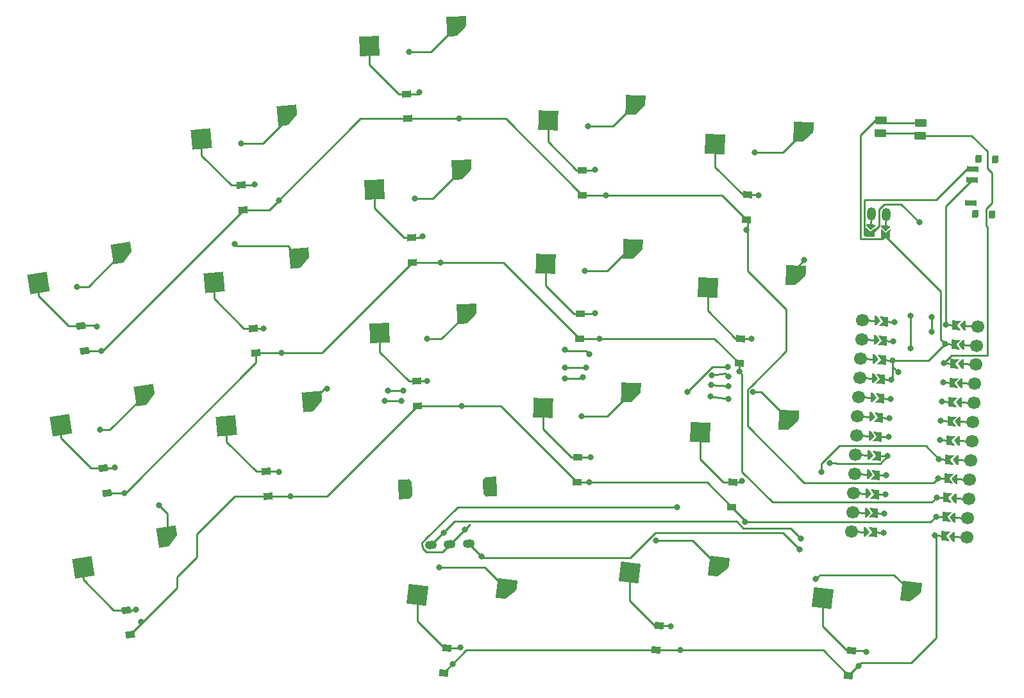
<source format=gbr>
%TF.GenerationSoftware,KiCad,Pcbnew,8.0.7*%
%TF.CreationDate,2025-02-03T11:28:03-05:00*%
%TF.ProjectId,thepcb,74686570-6362-42e6-9b69-6361645f7063,v1.0.0*%
%TF.SameCoordinates,Original*%
%TF.FileFunction,Copper,L1,Top*%
%TF.FilePolarity,Positive*%
%FSLAX46Y46*%
G04 Gerber Fmt 4.6, Leading zero omitted, Abs format (unit mm)*
G04 Created by KiCad (PCBNEW 8.0.7) date 2025-02-03 11:28:03*
%MOMM*%
%LPD*%
G01*
G04 APERTURE LIST*
G04 Aperture macros list*
%AMHorizOval*
0 Thick line with rounded ends*
0 $1 width*
0 $2 $3 position (X,Y) of the first rounded end (center of the circle)*
0 $4 $5 position (X,Y) of the second rounded end (center of the circle)*
0 Add line between two ends*
20,1,$1,$2,$3,$4,$5,0*
0 Add two circle primitives to create the rounded ends*
1,1,$1,$2,$3*
1,1,$1,$4,$5*%
%AMRotRect*
0 Rectangle, with rotation*
0 The origin of the aperture is its center*
0 $1 length*
0 $2 width*
0 $3 Rotation angle, in degrees counterclockwise*
0 Add horizontal line*
21,1,$1,$2,0,0,$3*%
%AMOutline5P*
0 Free polygon, 5 corners , with rotation*
0 The origin of the aperture is its center*
0 number of corners: always 5*
0 $1 to $10 corner X, Y*
0 $11 Rotation angle, in degrees counterclockwise*
0 create outline with 5 corners*
4,1,5,$1,$2,$3,$4,$5,$6,$7,$8,$9,$10,$1,$2,$11*%
%AMOutline6P*
0 Free polygon, 6 corners , with rotation*
0 The origin of the aperture is its center*
0 number of corners: always 6*
0 $1 to $12 corner X, Y*
0 $13 Rotation angle, in degrees counterclockwise*
0 create outline with 6 corners*
4,1,6,$1,$2,$3,$4,$5,$6,$7,$8,$9,$10,$11,$12,$1,$2,$13*%
%AMOutline7P*
0 Free polygon, 7 corners , with rotation*
0 The origin of the aperture is its center*
0 number of corners: always 7*
0 $1 to $14 corner X, Y*
0 $15 Rotation angle, in degrees counterclockwise*
0 create outline with 7 corners*
4,1,7,$1,$2,$3,$4,$5,$6,$7,$8,$9,$10,$11,$12,$13,$14,$1,$2,$15*%
%AMOutline8P*
0 Free polygon, 8 corners , with rotation*
0 The origin of the aperture is its center*
0 number of corners: always 8*
0 $1 to $16 corner X, Y*
0 $17 Rotation angle, in degrees counterclockwise*
0 create outline with 8 corners*
4,1,8,$1,$2,$3,$4,$5,$6,$7,$8,$9,$10,$11,$12,$13,$14,$15,$16,$1,$2,$17*%
%AMFreePoly0*
4,1,6,0.250000,0.000000,-0.250000,-0.625000,-0.500000,-0.625000,-0.500000,0.625000,-0.250000,0.625000,0.250000,0.000000,0.250000,0.000000,$1*%
%AMFreePoly1*
4,1,6,0.500000,-0.625000,-0.650000,-0.625000,-0.150000,0.000000,-0.650000,0.625000,0.500000,0.625000,0.500000,-0.625000,0.500000,-0.625000,$1*%
%AMFreePoly2*
4,1,6,0.600000,-1.000000,0.000000,-0.400000,-0.600000,-1.000000,-0.600000,0.250000,0.600000,0.250000,0.600000,-1.000000,0.600000,-1.000000,$1*%
%AMFreePoly3*
4,1,6,0.600000,-0.199999,0.600000,-0.400000,-0.600000,-0.400000,-0.600000,-0.200000,0.000000,0.400000,0.600000,-0.199999,0.600000,-0.199999,$1*%
G04 Aperture macros list end*
%TA.AperFunction,SMDPad,CuDef*%
%ADD10RotRect,0.900000X1.200000X89.000000*%
%TD*%
%TA.AperFunction,SMDPad,CuDef*%
%ADD11Outline5P,-1.300000X1.300000X1.300000X1.300000X1.300000X0.000000X0.000000X-1.300000X-1.300000X-1.300000X2.000000*%
%TD*%
%TA.AperFunction,SMDPad,CuDef*%
%ADD12RotRect,2.600000X2.600000X2.000000*%
%TD*%
%TA.AperFunction,SMDPad,CuDef*%
%ADD13RotRect,0.900000X1.200000X92.000000*%
%TD*%
%TA.AperFunction,SMDPad,CuDef*%
%ADD14Outline5P,-1.300000X1.300000X1.300000X1.300000X1.300000X0.000000X0.000000X-1.300000X-1.300000X-1.300000X359.000000*%
%TD*%
%TA.AperFunction,SMDPad,CuDef*%
%ADD15RotRect,2.600000X2.600000X359.000000*%
%TD*%
%TA.AperFunction,SMDPad,CuDef*%
%ADD16RotRect,0.900000X1.200000X87.000000*%
%TD*%
%TA.AperFunction,SMDPad,CuDef*%
%ADD17RotRect,0.900000X1.200000X83.000000*%
%TD*%
%TA.AperFunction,SMDPad,CuDef*%
%ADD18RotRect,0.900000X1.200000X99.000000*%
%TD*%
%TA.AperFunction,SMDPad,CuDef*%
%ADD19Outline5P,-1.300000X1.300000X1.300000X1.300000X1.300000X0.000000X0.000000X-1.300000X-1.300000X-1.300000X9.000000*%
%TD*%
%TA.AperFunction,SMDPad,CuDef*%
%ADD20RotRect,2.600000X2.600000X9.000000*%
%TD*%
%TA.AperFunction,SMDPad,CuDef*%
%ADD21RotRect,1.000000X0.800000X87.000000*%
%TD*%
%TA.AperFunction,SMDPad,CuDef*%
%ADD22RotRect,0.700000X1.500000X87.000000*%
%TD*%
%TA.AperFunction,SMDPad,CuDef*%
%ADD23Outline5P,-1.300000X1.300000X1.300000X1.300000X1.300000X0.000000X0.000000X-1.300000X-1.300000X-1.300000X353.000000*%
%TD*%
%TA.AperFunction,SMDPad,CuDef*%
%ADD24RotRect,2.600000X2.600000X353.000000*%
%TD*%
%TA.AperFunction,SMDPad,CuDef*%
%ADD25RotRect,1.550000X1.000000X177.000000*%
%TD*%
%TA.AperFunction,SMDPad,CuDef*%
%ADD26Outline5P,-1.300000X1.300000X1.300000X1.300000X1.300000X0.000000X0.000000X-1.300000X-1.300000X-1.300000X357.000000*%
%TD*%
%TA.AperFunction,SMDPad,CuDef*%
%ADD27RotRect,2.600000X2.600000X357.000000*%
%TD*%
%TA.AperFunction,SMDPad,CuDef*%
%ADD28Outline5P,-1.300000X1.300000X1.300000X1.300000X1.300000X0.000000X0.000000X-1.300000X-1.300000X-1.300000X5.000000*%
%TD*%
%TA.AperFunction,SMDPad,CuDef*%
%ADD29RotRect,2.600000X2.600000X5.000000*%
%TD*%
%TA.AperFunction,SMDPad,CuDef*%
%ADD30RotRect,0.900000X1.200000X95.000000*%
%TD*%
%TA.AperFunction,ComponentPad*%
%ADD31Outline6P,-1.300000X0.540000X-0.940000X0.900000X0.940000X0.900000X1.300000X0.540000X1.300000X-0.900000X-1.300000X-0.900000X272.000000*%
%TD*%
%TA.AperFunction,ComponentPad*%
%ADD32Outline6P,-1.300000X0.900000X1.300000X0.900000X1.300000X-0.540000X0.940000X-0.900000X-0.940000X-0.900000X-1.300000X-0.540000X272.000000*%
%TD*%
%TA.AperFunction,ComponentPad*%
%ADD33HorizOval,1.100000X0.249848X0.008725X-0.249848X-0.008725X0*%
%TD*%
%TA.AperFunction,SMDPad,CuDef*%
%ADD34FreePoly0,177.000000*%
%TD*%
%TA.AperFunction,ComponentPad*%
%ADD35C,1.700000*%
%TD*%
%TA.AperFunction,SMDPad,CuDef*%
%ADD36FreePoly0,357.000000*%
%TD*%
%TA.AperFunction,ComponentPad*%
%ADD37C,0.800000*%
%TD*%
%TA.AperFunction,SMDPad,CuDef*%
%ADD38FreePoly1,177.000000*%
%TD*%
%TA.AperFunction,SMDPad,CuDef*%
%ADD39FreePoly1,357.000000*%
%TD*%
%TA.AperFunction,SMDPad,CuDef*%
%ADD40FreePoly2,177.000000*%
%TD*%
%TA.AperFunction,ComponentPad*%
%ADD41HorizOval,1.200000X-0.014392X-0.274623X0.014392X0.274623X0*%
%TD*%
%TA.AperFunction,SMDPad,CuDef*%
%ADD42FreePoly3,177.000000*%
%TD*%
%TA.AperFunction,ViaPad*%
%ADD43C,0.800000*%
%TD*%
%TA.AperFunction,Conductor*%
%ADD44C,0.250000*%
%TD*%
G04 APERTURE END LIST*
D10*
%TO.P,D10,1*%
%TO.N,P16*%
X244603575Y-128766732D03*
%TO.P,D10,2*%
%TO.N,index_bottom*%
X244661167Y-125467234D03*
%TD*%
D11*
%TO.P,S7,1*%
%TO.N,P21*%
X230007570Y-106433182D03*
D12*
%TO.P,S7,2*%
%TO.N,middle_bottom*%
X218541385Y-109034931D03*
%TD*%
D13*
%TO.P,D8,1*%
%TO.N,P14*%
X222892461Y-99677380D03*
%TO.P,D8,2*%
%TO.N,middle_home*%
X222777293Y-96379390D03*
%TD*%
D14*
%TO.P,S11,1*%
%TO.N,P1*%
X252018552Y-97891438D03*
D15*
%TO.P,S11,2*%
%TO.N,index_home*%
X240431916Y-99889527D03*
%TD*%
D16*
%TO.P,D15,1*%
%TO.N,P15*%
X266993066Y-94057595D03*
%TO.P,D15,2*%
%TO.N,far_top*%
X267165774Y-90762117D03*
%TD*%
D17*
%TO.P,D17,1*%
%TO.N,P10*%
X255041150Y-150950955D03*
%TO.P,D17,2*%
%TO.N,2_top*%
X255443318Y-147675553D03*
%TD*%
D18*
%TO.P,D3,1*%
%TO.N,P15*%
X179619707Y-111371798D03*
%TO.P,D3,2*%
%TO.N,pinkie_top*%
X179103473Y-108112426D03*
%TD*%
D11*
%TO.P,S9,1*%
%TO.N,P21*%
X228681389Y-68456330D03*
D12*
%TO.P,S9,2*%
%TO.N,middle_top*%
X217215204Y-71058079D03*
%TD*%
D13*
%TO.P,D7,1*%
%TO.N,P16*%
X223555551Y-118665806D03*
%TO.P,D7,2*%
%TO.N,middle_bottom*%
X223440383Y-115367816D03*
%TD*%
D19*
%TO.P,S2,1*%
%TO.N,P19*%
X187505105Y-117210130D03*
D20*
%TO.P,S2,2*%
%TO.N,pinkie_home*%
X176441461Y-121189862D03*
%TD*%
D21*
%TO.P,PWR1,*%
%TO.N,*%
X297574453Y-85946986D03*
X297192401Y-93236981D03*
X299781424Y-86062648D03*
X299399372Y-93352644D03*
D22*
%TO.P,PWR1,1*%
%TO.N,N/C*%
X296616562Y-91804882D03*
%TO.P,PWR1,2*%
%TO.N,RAW*%
X296773570Y-88808993D03*
%TO.P,PWR1,3*%
%TO.N,BAT_P*%
X296852074Y-87311049D03*
%TD*%
D18*
%TO.P,D2,1*%
%TO.N,P14*%
X182591962Y-130137877D03*
%TO.P,D2,2*%
%TO.N,pinkie_home*%
X182075728Y-126878505D03*
%TD*%
D23*
%TO.P,S18,1*%
%TO.N,P0*%
X288736777Y-143248758D03*
D24*
%TO.P,S18,2*%
%TO.N,3_top*%
X277004757Y-144024769D03*
%TD*%
D13*
%TO.P,D9,1*%
%TO.N,P15*%
X222229370Y-80688954D03*
%TO.P,D9,2*%
%TO.N,middle_top*%
X222114202Y-77390964D03*
%TD*%
D25*
%TO.P,RST1,1*%
%TO.N,GND*%
X290022267Y-81205236D03*
%TO.P,RST1,2*%
%TO.N,RST*%
X289933296Y-82902906D03*
%TO.P,RST1,3*%
%TO.N,GND*%
X284779462Y-80930472D03*
%TO.P,RST1,4*%
%TO.N,RST*%
X284690491Y-82628142D03*
%TD*%
D26*
%TO.P,S13,1*%
%TO.N,P0*%
X272541024Y-120542801D03*
D27*
%TO.P,S13,2*%
%TO.N,far_bottom*%
X260891713Y-122135305D03*
%TD*%
D28*
%TO.P,S5,1*%
%TO.N,P20*%
X207985013Y-99119148D03*
D29*
%TO.P,S5,2*%
%TO.N,ring_home*%
X196670707Y-102317426D03*
%TD*%
D17*
%TO.P,D16,1*%
%TO.N,P10*%
X226993954Y-153936727D03*
%TO.P,D16,2*%
%TO.N,1_top*%
X227396122Y-150661325D03*
%TD*%
%TO.P,D18,1*%
%TO.N,P10*%
X280450591Y-154321461D03*
%TO.P,D18,2*%
%TO.N,3_top*%
X280852759Y-151046059D03*
%TD*%
D19*
%TO.P,S3,1*%
%TO.N,P19*%
X184532850Y-98400000D03*
D20*
%TO.P,S3,2*%
%TO.N,pinkie_top*%
X173469206Y-102379732D03*
%TD*%
D23*
%TO.P,S16,1*%
%TO.N,P21*%
X235280141Y-142864024D03*
D24*
%TO.P,S16,2*%
%TO.N,1_top*%
X223548121Y-143640035D03*
%TD*%
D16*
%TO.P,D13,1*%
%TO.N,P16*%
X265004299Y-132005517D03*
%TO.P,D13,2*%
%TO.N,far_bottom*%
X265177007Y-128710039D03*
%TD*%
D30*
%TO.P,D4,1*%
%TO.N,P16*%
X203838003Y-130600379D03*
%TO.P,D4,2*%
%TO.N,ring_bottom*%
X203550389Y-127312937D03*
%TD*%
D16*
%TO.P,D14,1*%
%TO.N,P14*%
X265998683Y-113031556D03*
%TO.P,D14,2*%
%TO.N,far_home*%
X266171391Y-109736078D03*
%TD*%
D30*
%TO.P,D5,1*%
%TO.N,P14*%
X202182043Y-111672680D03*
%TO.P,D5,2*%
%TO.N,ring_home*%
X201894429Y-108385238D03*
%TD*%
D28*
%TO.P,S6,1*%
%TO.N,P20*%
X206329054Y-80191449D03*
D29*
%TO.P,S6,2*%
%TO.N,ring_top*%
X195014748Y-83389727D03*
%TD*%
D10*
%TO.P,D12,1*%
%TO.N,P15*%
X245266767Y-90772519D03*
%TO.P,D12,2*%
%TO.N,index_top*%
X245324359Y-87473021D03*
%TD*%
D11*
%TO.P,S8,1*%
%TO.N,P21*%
X229344479Y-87444756D03*
D12*
%TO.P,S8,2*%
%TO.N,middle_home*%
X217878294Y-90046505D03*
%TD*%
D10*
%TO.P,D11,1*%
%TO.N,P14*%
X244935171Y-109769625D03*
%TO.P,D11,2*%
%TO.N,index_home*%
X244992763Y-106470127D03*
%TD*%
D19*
%TO.P,S1,1*%
%TO.N,P19*%
X190477360Y-135976208D03*
D20*
%TO.P,S1,2*%
%TO.N,pinkie_bottom*%
X179413716Y-139955940D03*
%TD*%
D28*
%TO.P,S4,1*%
%TO.N,P20*%
X209640972Y-118046847D03*
D29*
%TO.P,S4,2*%
%TO.N,ring_bottom*%
X198326666Y-121245125D03*
%TD*%
D14*
%TO.P,S10,1*%
%TO.N,P1*%
X251686957Y-116888544D03*
D15*
%TO.P,S10,2*%
%TO.N,index_bottom*%
X240100321Y-118886633D03*
%TD*%
D30*
%TO.P,D6,1*%
%TO.N,P15*%
X200526084Y-92744981D03*
%TO.P,D6,2*%
%TO.N,ring_top*%
X200238470Y-89457539D03*
%TD*%
D18*
%TO.P,D1,1*%
%TO.N,P16*%
X185564216Y-148903955D03*
%TO.P,D1,2*%
%TO.N,pinkie_bottom*%
X185047982Y-145644583D03*
%TD*%
D14*
%TO.P,S12,1*%
%TO.N,P1*%
X252350148Y-78894332D03*
D15*
%TO.P,S12,2*%
%TO.N,index_top*%
X240763512Y-80892421D03*
%TD*%
D26*
%TO.P,S15,1*%
%TO.N,P0*%
X274486675Y-82433850D03*
D27*
%TO.P,S15,2*%
%TO.N,far_top*%
X262837364Y-84026354D03*
%TD*%
D26*
%TO.P,S14,1*%
%TO.N,P0*%
X273492292Y-101407812D03*
D27*
%TO.P,S14,2*%
%TO.N,far_home*%
X261842981Y-103000316D03*
%TD*%
D31*
%TO.P,RE1,*%
%TO.N,*%
X221938919Y-129678934D03*
D32*
X233132097Y-129288060D03*
D33*
%TO.P,RE1,A*%
%TO.N,P5*%
X230295731Y-136891679D03*
%TO.P,RE1,B*%
%TO.N,GND*%
X227797254Y-136978928D03*
%TO.P,RE1,C*%
%TO.N,P18*%
X225298777Y-137066177D03*
%TD*%
D23*
%TO.P,S17,1*%
%TO.N,P1*%
X263327336Y-139878253D03*
D24*
%TO.P,S17,2*%
%TO.N,2_top*%
X251595316Y-140654264D03*
%TD*%
D34*
%TO.P,MCU1,1*%
%TO.N,MCU1_1*%
X295411588Y-108014032D03*
D35*
X297528683Y-108124984D03*
D34*
%TO.P,MCU1,2*%
%TO.N,MCU1_2*%
X295278655Y-110550551D03*
D35*
X297395749Y-110661503D03*
D34*
%TO.P,MCU1,3*%
%TO.N,MCU1_3*%
X295145721Y-113087070D03*
D35*
X297262816Y-113198022D03*
D34*
%TO.P,MCU1,4*%
%TO.N,MCU1_4*%
X295012788Y-115623589D03*
D35*
X297129883Y-115734541D03*
D34*
%TO.P,MCU1,5*%
%TO.N,MCU1_5*%
X294879855Y-118160108D03*
D35*
X296996949Y-118271060D03*
D34*
%TO.P,MCU1,6*%
%TO.N,MCU1_6*%
X294746921Y-120696627D03*
D35*
X296864016Y-120807579D03*
D34*
%TO.P,MCU1,7*%
%TO.N,MCU1_7*%
X294613988Y-123233146D03*
D35*
X296731083Y-123344098D03*
D34*
%TO.P,MCU1,8*%
%TO.N,MCU1_8*%
X294481055Y-125769665D03*
D35*
X296598149Y-125880617D03*
D34*
%TO.P,MCU1,9*%
%TO.N,MCU1_9*%
X294348121Y-128306184D03*
D35*
X296465216Y-128417136D03*
D34*
%TO.P,MCU1,10*%
%TO.N,MCU1_10*%
X294215188Y-130842703D03*
D35*
X296332283Y-130953655D03*
D34*
%TO.P,MCU1,11*%
%TO.N,MCU1_11*%
X294082255Y-133379222D03*
D35*
X296199349Y-133490174D03*
D34*
%TO.P,MCU1,12*%
%TO.N,MCU1_12*%
X293949321Y-135915741D03*
D35*
X296066416Y-136026693D03*
%TO.P,MCU1,13*%
%TO.N,MCU1_13*%
X280847302Y-135229093D03*
D36*
X282964397Y-135340045D03*
D35*
%TO.P,MCU1,14*%
%TO.N,MCU1_14*%
X280980235Y-132692574D03*
D36*
X283097330Y-132803526D03*
D35*
%TO.P,MCU1,15*%
%TO.N,MCU1_15*%
X281113169Y-130156055D03*
D36*
X283230263Y-130267007D03*
D35*
%TO.P,MCU1,16*%
%TO.N,MCU1_16*%
X281246102Y-127619536D03*
D36*
X283363197Y-127730488D03*
D35*
%TO.P,MCU1,17*%
%TO.N,MCU1_17*%
X281379035Y-125083017D03*
D36*
X283496130Y-125193969D03*
D35*
%TO.P,MCU1,18*%
%TO.N,MCU1_18*%
X281511969Y-122546498D03*
D36*
X283629063Y-122657450D03*
D35*
%TO.P,MCU1,19*%
%TO.N,MCU1_19*%
X281644902Y-120009979D03*
D36*
X283761997Y-120120931D03*
D35*
%TO.P,MCU1,20*%
%TO.N,MCU1_20*%
X281777835Y-117473460D03*
D36*
X283894930Y-117584412D03*
D35*
%TO.P,MCU1,21*%
%TO.N,MCU1_21*%
X281910769Y-114936941D03*
D36*
X284027863Y-115047893D03*
D35*
%TO.P,MCU1,22*%
%TO.N,MCU1_22*%
X282043702Y-112400422D03*
D36*
X284160797Y-112511374D03*
D35*
%TO.P,MCU1,23*%
%TO.N,MCU1_23*%
X282176635Y-109863903D03*
D36*
X284293730Y-109974855D03*
D35*
%TO.P,MCU1,24*%
%TO.N,MCU1_24*%
X282309569Y-107327384D03*
D36*
X284426663Y-107438336D03*
D37*
%TO.P,MCU1,101*%
%TO.N,RAW*%
X293314466Y-107904126D03*
D38*
X294687582Y-107976088D03*
D37*
%TO.P,MCU1,102*%
%TO.N,GND*%
X293181533Y-110440645D03*
D38*
X294554648Y-110512607D03*
D37*
%TO.P,MCU1,103*%
%TO.N,RST*%
X293048599Y-112977164D03*
D38*
X294421715Y-113049126D03*
D37*
%TO.P,MCU1,104*%
%TO.N,VCC*%
X292915666Y-115513683D03*
D38*
X294288782Y-115585645D03*
D37*
%TO.P,MCU1,105*%
%TO.N,P21*%
X292782733Y-118050202D03*
D38*
X294155848Y-118122164D03*
D37*
%TO.P,MCU1,106*%
%TO.N,P20*%
X292649799Y-120586721D03*
D38*
X294022915Y-120658683D03*
D37*
%TO.P,MCU1,107*%
%TO.N,P19*%
X292516866Y-123123240D03*
D38*
X293889982Y-123195202D03*
D37*
%TO.P,MCU1,108*%
%TO.N,P18*%
X292383933Y-125659759D03*
D38*
X293757048Y-125731721D03*
D37*
%TO.P,MCU1,109*%
%TO.N,P15*%
X292250999Y-128196278D03*
D38*
X293624115Y-128268240D03*
D37*
%TO.P,MCU1,110*%
%TO.N,P14*%
X292118066Y-130732797D03*
D38*
X293491182Y-130804759D03*
D37*
%TO.P,MCU1,111*%
%TO.N,P16*%
X291985133Y-133269316D03*
D38*
X293358248Y-133341278D03*
D37*
%TO.P,MCU1,112*%
%TO.N,P10*%
X291852199Y-135805835D03*
D38*
X293225315Y-135877797D03*
D39*
%TO.P,MCU1,113*%
%TO.N,P9*%
X283688403Y-135377989D03*
D37*
X285061519Y-135449951D03*
D39*
%TO.P,MCU1,114*%
%TO.N,P8*%
X283821336Y-132841470D03*
D37*
X285194452Y-132913432D03*
D39*
%TO.P,MCU1,115*%
%TO.N,P7*%
X283954270Y-130304951D03*
D37*
X285327385Y-130376913D03*
D39*
%TO.P,MCU1,116*%
%TO.N,P6*%
X284087203Y-127768432D03*
D37*
X285460319Y-127840394D03*
D39*
%TO.P,MCU1,117*%
%TO.N,P5*%
X284220136Y-125231913D03*
D37*
X285593252Y-125303875D03*
D39*
%TO.P,MCU1,118*%
%TO.N,P4*%
X284353070Y-122695394D03*
D37*
X285726185Y-122767356D03*
D39*
%TO.P,MCU1,119*%
%TO.N,P3*%
X284486003Y-120158875D03*
D37*
X285859119Y-120230837D03*
D39*
%TO.P,MCU1,120*%
%TO.N,P2*%
X284618936Y-117622356D03*
D37*
X285992052Y-117694318D03*
D39*
%TO.P,MCU1,121*%
%TO.N,GND*%
X284751870Y-115085837D03*
D37*
X286124985Y-115157799D03*
D39*
%TO.P,MCU1,122*%
X284884803Y-112549318D03*
D37*
X286257919Y-112621280D03*
D39*
%TO.P,MCU1,123*%
%TO.N,P0*%
X285017736Y-110012799D03*
D37*
X286390852Y-110084761D03*
D39*
%TO.P,MCU1,124*%
%TO.N,P1*%
X285150670Y-107476280D03*
D37*
X286523785Y-107548242D03*
%TD*%
D40*
%TO.P,JST1,1*%
%TO.N,BAT_P*%
X283309566Y-96080307D03*
%TO.P,JST1,2*%
%TO.N,GND*%
X285306825Y-96184979D03*
D41*
%TO.P,JST1,11*%
%TO.N,JST1_1*%
X283456944Y-93268166D03*
%TO.P,JST1,12*%
%TO.N,JST1_2*%
X285454204Y-93372838D03*
D42*
%TO.P,JST1,21*%
%TO.N,JST1_1*%
X283362740Y-95065699D03*
%TO.P,JST1,22*%
%TO.N,JST1_2*%
X285359999Y-95170371D03*
%TD*%
D43*
%TO.N,P19*%
X243000000Y-115000000D03*
X264600000Y-117720008D03*
X245402120Y-114878552D03*
X262200000Y-117400000D03*
X219200000Y-118000000D03*
X221400000Y-118000000D03*
X178608378Y-102909163D03*
X189400000Y-131800000D03*
X181600000Y-121800000D03*
%TO.N,pinkie_bottom*%
X186400000Y-145600000D03*
%TO.N,pinkie_home*%
X183600000Y-126800000D03*
%TO.N,pinkie_top*%
X181200000Y-108200000D03*
%TO.N,P20*%
X219600000Y-116600000D03*
X264600000Y-116000000D03*
X199400000Y-97200000D03*
X245800000Y-113600000D03*
X243000000Y-113600000D03*
X211600000Y-116400000D03*
X221664880Y-116664880D03*
X262292308Y-115907692D03*
X200270856Y-83909383D03*
%TO.N,ring_bottom*%
X205200000Y-127400000D03*
%TO.N,ring_home*%
X203200000Y-108400000D03*
%TO.N,ring_top*%
X202000000Y-89400000D03*
%TO.N,P21*%
X223200000Y-91200000D03*
X224800000Y-109800000D03*
X246200000Y-111800000D03*
X264600000Y-114800000D03*
X222450408Y-71822576D03*
X226400000Y-140000000D03*
X243000000Y-111200000D03*
X262400000Y-114600000D03*
%TO.N,middle_bottom*%
X224800000Y-115400000D03*
%TO.N,middle_home*%
X224200000Y-96200000D03*
%TO.N,middle_top*%
X223800000Y-77200000D03*
%TO.N,P1*%
X246078795Y-81626121D03*
X245235698Y-120020658D03*
X245666582Y-100830004D03*
X255000000Y-136400000D03*
%TO.N,index_bottom*%
X246400000Y-125400000D03*
%TO.N,index_home*%
X247000000Y-106400000D03*
%TO.N,index_top*%
X247000000Y-87400000D03*
%TO.N,P0*%
X268050596Y-85118809D03*
X276144535Y-141489996D03*
X267844120Y-116800000D03*
X274600000Y-99400000D03*
%TO.N,far_bottom*%
X266400000Y-128600000D03*
%TO.N,far_home*%
X267600000Y-109800000D03*
%TO.N,far_top*%
X268600000Y-90800000D03*
%TO.N,1_top*%
X229200000Y-150600000D03*
%TO.N,2_top*%
X257000000Y-147800000D03*
%TO.N,3_top*%
X282800000Y-151200000D03*
%TO.N,P16*%
X266800000Y-134000000D03*
X206800000Y-130600379D03*
X229400000Y-118665806D03*
X187000000Y-147200000D03*
X246200000Y-128766732D03*
%TO.N,P14*%
X205600000Y-111672680D03*
X184800000Y-130200000D03*
X226600000Y-99677380D03*
X266000000Y-114075000D03*
X247600000Y-109769625D03*
%TO.N,P15*%
X181800000Y-111400000D03*
X205261367Y-91461367D03*
X229000000Y-80688954D03*
X267000000Y-95400000D03*
X248400000Y-90772519D03*
%TO.N,P10*%
X258200000Y-150950955D03*
X281800000Y-153000000D03*
X228165340Y-152765340D03*
%TO.N,BAT_P*%
X289800000Y-94400000D03*
%TO.N,RAW*%
X291400000Y-108800000D03*
X291407448Y-106857887D03*
%TO.N,GND*%
X287000000Y-114200000D03*
X288600000Y-111053303D03*
X264517922Y-113535885D03*
X257800000Y-132000000D03*
X259200000Y-116800000D03*
X288604664Y-106710999D03*
X229800000Y-135000000D03*
%TO.N,P5*%
X274000000Y-137600000D03*
X278000000Y-126200000D03*
X232000000Y-138600000D03*
%TO.N,P18*%
X274200000Y-136200000D03*
X227000000Y-135400000D03*
X276875000Y-127400000D03*
%TD*%
D44*
%TO.N,P10*%
X277080085Y-150950955D02*
X280450591Y-154321461D01*
X255041150Y-150950955D02*
X277080085Y-150950955D01*
X229979726Y-150950955D02*
X255041150Y-150950955D01*
X226993954Y-153936727D02*
X229979726Y-150950955D01*
%TO.N,P15*%
X272200000Y-105866281D02*
X272200000Y-111418814D01*
X267119120Y-100785401D02*
X272200000Y-105866281D01*
X267119120Y-94183649D02*
X267119120Y-100785401D01*
X272200000Y-111418814D02*
X267609407Y-116009407D01*
X266993066Y-94057595D02*
X267119120Y-94183649D01*
%TO.N,P16*%
X244603575Y-128766732D02*
X261765514Y-128766732D01*
X261765514Y-128766732D02*
X265004299Y-132005517D01*
X234502649Y-118665806D02*
X244603575Y-128766732D01*
X223555551Y-118665806D02*
X234502649Y-118665806D01*
X203838003Y-130600379D02*
X211620978Y-130600379D01*
X211620978Y-130600379D02*
X223555551Y-118665806D01*
X199399621Y-130600379D02*
X203838003Y-130600379D01*
X194400278Y-135599722D02*
X199399621Y-130600379D01*
X191748628Y-142719544D02*
X191748628Y-141307572D01*
X190262966Y-144205205D02*
X191748628Y-142719544D01*
X191748628Y-141307572D02*
X194400278Y-138655922D01*
X185564216Y-148903955D02*
X190262966Y-144205205D01*
X194400278Y-138655922D02*
X194400278Y-135599722D01*
%TO.N,P14*%
X262736752Y-109769625D02*
X265998683Y-113031556D01*
X244935171Y-109769625D02*
X262736752Y-109769625D01*
X234842926Y-99677380D02*
X244935171Y-109769625D01*
X222892461Y-99677380D02*
X234842926Y-99677380D01*
X210897161Y-111672680D02*
X222892461Y-99677380D01*
X202182043Y-111672680D02*
X210897161Y-111672680D01*
X202182043Y-112923946D02*
X202182043Y-111672680D01*
X184968112Y-130137877D02*
X202182043Y-112923946D01*
X182591962Y-130137877D02*
X184968112Y-130137877D01*
%TO.N,P15*%
X245266767Y-90772519D02*
X263707990Y-90772519D01*
X263707990Y-90772519D02*
X266993066Y-94057595D01*
X235183202Y-80688954D02*
X245266767Y-90772519D01*
X222229370Y-80688954D02*
X235183202Y-80688954D01*
X203977753Y-92744981D02*
X216033780Y-80688954D01*
X200526084Y-92744981D02*
X203977753Y-92744981D01*
X216033780Y-80688954D02*
X222229370Y-80688954D01*
X200526084Y-92797520D02*
X200526084Y-92744981D01*
X181923604Y-111400000D02*
X200526084Y-92797520D01*
X181800000Y-111400000D02*
X181923604Y-111400000D01*
%TO.N,P19*%
X219200000Y-118000000D02*
X221400000Y-118000000D01*
X243000000Y-115000000D02*
X245280672Y-115000000D01*
X293889982Y-123195203D02*
X292516867Y-123123241D01*
X190477360Y-135976208D02*
X190477360Y-132877360D01*
X190477360Y-132877360D02*
X189400000Y-131800000D01*
X262200000Y-117400000D02*
X264600000Y-117720008D01*
X187505105Y-117210130D02*
X182915235Y-121800000D01*
X245280672Y-115000000D02*
X245402120Y-114878552D01*
X180067738Y-102909163D02*
X178608378Y-102909163D01*
X182915235Y-121800000D02*
X181600000Y-121800000D01*
X184532850Y-98444051D02*
X180067738Y-102909163D01*
%TO.N,pinkie_bottom*%
X183426413Y-145644583D02*
X185047982Y-145644583D01*
X186355417Y-145644583D02*
X186400000Y-145600000D01*
X185047982Y-145644583D02*
X186355417Y-145644583D01*
X179413716Y-141631886D02*
X183426413Y-145644583D01*
X179413716Y-139955940D02*
X179413716Y-141631886D01*
%TO.N,pinkie_home*%
X180454158Y-126878505D02*
X182075728Y-126878505D01*
X183521495Y-126878505D02*
X183600000Y-126800000D01*
X182075728Y-126878505D02*
X183521495Y-126878505D01*
X176441461Y-121189862D02*
X176441461Y-122865808D01*
X176441461Y-122865808D02*
X180454158Y-126878505D01*
%TO.N,pinkie_top*%
X181000000Y-108000000D02*
X181200000Y-108200000D01*
X173469206Y-104099729D02*
X177481903Y-108112426D01*
X179103473Y-108112426D02*
X179487574Y-108112426D01*
X173469206Y-102423783D02*
X173469206Y-104099729D01*
X179487574Y-108112426D02*
X179600000Y-108000000D01*
X177481903Y-108112426D02*
X179103473Y-108112426D01*
X179600000Y-108000000D02*
X181000000Y-108000000D01*
%TO.N,P20*%
X203124954Y-83909383D02*
X200270856Y-83909383D01*
X206329054Y-80191449D02*
X206329054Y-80705283D01*
X211287819Y-116400000D02*
X211600000Y-116400000D01*
X262292308Y-115907692D02*
X264600000Y-116000000D01*
X206395449Y-97529584D02*
X199729584Y-97529584D01*
X209640972Y-118046847D02*
X211287819Y-116400000D01*
X221600000Y-116600000D02*
X221664880Y-116664880D01*
X243000000Y-113600000D02*
X245800000Y-113600000D01*
X199729584Y-97529584D02*
X199400000Y-97200000D01*
X219600000Y-116600000D02*
X221600000Y-116600000D01*
X294022915Y-120658684D02*
X292649800Y-120586722D01*
X206329054Y-80705283D02*
X203124954Y-83909383D01*
X207985013Y-99119148D02*
X206395449Y-97529584D01*
%TO.N,ring_bottom*%
X198326666Y-123381408D02*
X202258195Y-127312937D01*
X202258195Y-127312937D02*
X203550389Y-127312937D01*
X205112937Y-127312937D02*
X205200000Y-127400000D01*
X198326666Y-121245125D02*
X198326666Y-123381408D01*
X203550389Y-127312937D02*
X205112937Y-127312937D01*
%TO.N,ring_home*%
X196670707Y-104453709D02*
X200602236Y-108385238D01*
X201894429Y-108385238D02*
X203185238Y-108385238D01*
X200602236Y-108385238D02*
X201894429Y-108385238D01*
X196670707Y-102317426D02*
X196670707Y-104453709D01*
X203185238Y-108385238D02*
X203200000Y-108400000D01*
%TO.N,ring_top*%
X195014748Y-83389727D02*
X195014748Y-85526010D01*
X198946277Y-89457539D02*
X200238470Y-89457539D01*
X201942461Y-89457539D02*
X202000000Y-89400000D01*
X195014748Y-85526010D02*
X198946277Y-89457539D01*
X200238470Y-89457539D02*
X201942461Y-89457539D01*
%TO.N,P21*%
X294155849Y-118122165D02*
X292782733Y-118050203D01*
X226681071Y-109800000D02*
X224800000Y-109800000D01*
X225315143Y-71822576D02*
X222450408Y-71822576D01*
X245800000Y-111400000D02*
X246200000Y-111800000D01*
X262400000Y-114600000D02*
X264171823Y-114371823D01*
X230007570Y-106433182D02*
X230007570Y-106473501D01*
X235280141Y-142864024D02*
X232416117Y-140000000D01*
X225589235Y-91200000D02*
X223200000Y-91200000D01*
X243000000Y-111200000D02*
X243200000Y-111400000D01*
X228681389Y-68456330D02*
X225315143Y-71822576D01*
X264600000Y-114800000D02*
X264171823Y-114371823D01*
X230007570Y-106473501D02*
X226681071Y-109800000D01*
X232416117Y-140000000D02*
X226400000Y-140000000D01*
X229344479Y-87444756D02*
X225589235Y-91200000D01*
X243200000Y-111400000D02*
X245800000Y-111400000D01*
%TO.N,middle_bottom*%
X218541385Y-109034931D02*
X218541385Y-111515302D01*
X218541385Y-111515302D02*
X222393899Y-115367816D01*
X223440383Y-115367816D02*
X224767816Y-115367816D01*
X224767816Y-115367816D02*
X224800000Y-115400000D01*
X222393899Y-115367816D02*
X223440383Y-115367816D01*
%TO.N,middle_home*%
X217878294Y-90046505D02*
X217878294Y-92526876D01*
X221730808Y-96379390D02*
X222777293Y-96379390D01*
X222777293Y-96379390D02*
X224020610Y-96379390D01*
X217878294Y-92526876D02*
X221730808Y-96379390D01*
X224020610Y-96379390D02*
X224200000Y-96200000D01*
%TO.N,middle_top*%
X223609036Y-77390964D02*
X223800000Y-77200000D01*
X217215204Y-73538450D02*
X221067718Y-77390964D01*
X217215204Y-71058079D02*
X217215204Y-73538450D01*
X221067718Y-77390964D02*
X222114202Y-77390964D01*
X222114202Y-77390964D02*
X223609036Y-77390964D01*
%TO.N,P1*%
X248554843Y-120020658D02*
X245235698Y-120020658D01*
X252018552Y-97891438D02*
X251508562Y-97891438D01*
X249373879Y-81626121D02*
X246078795Y-81626121D01*
X252350148Y-78894332D02*
X252105668Y-78894332D01*
X251508562Y-97891438D02*
X248569996Y-100830004D01*
X259849083Y-136400000D02*
X255000000Y-136400000D01*
X252105668Y-78894332D02*
X249373879Y-81626121D01*
X251686957Y-116888544D02*
X248554843Y-120020658D01*
X248569996Y-100830004D02*
X245666582Y-100830004D01*
X263327336Y-139878253D02*
X259849083Y-136400000D01*
X285150670Y-107476280D02*
X286523786Y-107548242D01*
%TO.N,index_bottom*%
X244661167Y-125467234D02*
X246332766Y-125467234D01*
X243858509Y-125467234D02*
X244661167Y-125467234D01*
X240100321Y-121709046D02*
X243858509Y-125467234D01*
X246332766Y-125467234D02*
X246400000Y-125400000D01*
X240100321Y-118886633D02*
X240100321Y-121709046D01*
%TO.N,index_home*%
X244992763Y-106470127D02*
X246929873Y-106470127D01*
X246929873Y-106470127D02*
X247000000Y-106400000D01*
X240431916Y-99889527D02*
X240431916Y-102711940D01*
X244190103Y-106470127D02*
X244992763Y-106470127D01*
X240431916Y-102711940D02*
X244190103Y-106470127D01*
%TO.N,index_top*%
X244521699Y-87473021D02*
X245324359Y-87473021D01*
X240763512Y-80892421D02*
X240763512Y-83714834D01*
X246926979Y-87473021D02*
X247000000Y-87400000D01*
X240763512Y-83714834D02*
X244521699Y-87473021D01*
X245324359Y-87473021D02*
X246926979Y-87473021D01*
%TO.N,P0*%
X273492292Y-101407812D02*
X273492292Y-100507708D01*
X286462655Y-140974636D02*
X276659895Y-140974636D01*
X288736777Y-143248758D02*
X286462655Y-140974636D01*
X268916136Y-116800000D02*
X267844120Y-116800000D01*
X276659895Y-140974636D02*
X276144535Y-141489996D01*
X273492292Y-100507708D02*
X274600000Y-99400000D01*
X271801716Y-85118809D02*
X268050596Y-85118809D01*
X274486675Y-82433850D02*
X271801716Y-85118809D01*
X272497909Y-120381773D02*
X268916136Y-116800000D01*
X285017737Y-110012799D02*
X286390852Y-110084761D01*
%TO.N,far_bottom*%
X260848598Y-125648598D02*
X263910039Y-128710039D01*
X260848598Y-121974277D02*
X260848598Y-125648598D01*
X263910039Y-128710039D02*
X265177007Y-128710039D01*
X265177007Y-128710039D02*
X266289961Y-128710039D01*
X266289961Y-128710039D02*
X266400000Y-128600000D01*
%TO.N,far_home*%
X267536078Y-109736078D02*
X267600000Y-109800000D01*
X265529904Y-109736078D02*
X266171391Y-109736078D01*
X261842981Y-103000316D02*
X261842981Y-106049155D01*
X266171391Y-109736078D02*
X267536078Y-109736078D01*
X261842981Y-106049155D02*
X265529904Y-109736078D01*
%TO.N,far_top*%
X267165774Y-90762117D02*
X268562117Y-90762117D01*
X268562117Y-90762117D02*
X268600000Y-90800000D01*
X267165774Y-90762117D02*
X266524288Y-90762117D01*
X262837364Y-87075193D02*
X262837364Y-84026354D01*
X266524288Y-90762117D02*
X262837364Y-87075193D01*
%TO.N,1_top*%
X227396122Y-150661325D02*
X229138675Y-150661325D01*
X223548121Y-147136650D02*
X227072796Y-150661325D01*
X223548121Y-143640035D02*
X223548121Y-147136650D01*
X229138675Y-150661325D02*
X229200000Y-150600000D01*
X227072796Y-150661325D02*
X227396122Y-150661325D01*
%TO.N,2_top*%
X251595316Y-144432057D02*
X251595316Y-140654264D01*
X255443318Y-147675553D02*
X254838812Y-147675553D01*
X256875553Y-147675553D02*
X257000000Y-147800000D01*
X254838812Y-147675553D02*
X251595316Y-144432057D01*
X255443318Y-147675553D02*
X256875553Y-147675553D01*
%TO.N,3_top*%
X282646059Y-151046059D02*
X282800000Y-151200000D01*
X277004757Y-147802563D02*
X277004757Y-144024769D01*
X280852759Y-151046059D02*
X282646059Y-151046059D01*
X280248253Y-151046059D02*
X277004757Y-147802563D01*
X280852759Y-151046059D02*
X280248253Y-151046059D01*
%TO.N,P16*%
X265004299Y-132005517D02*
X266998782Y-134000000D01*
X291254449Y-134000000D02*
X291985133Y-133269316D01*
X293358249Y-133341279D02*
X291985133Y-133269317D01*
X266998782Y-134000000D02*
X291254449Y-134000000D01*
%TO.N,P14*%
X266000000Y-114075000D02*
X266000000Y-113032873D01*
X270400000Y-131400000D02*
X291450863Y-131400000D01*
X266400000Y-127400000D02*
X270400000Y-131400000D01*
X266000000Y-114075000D02*
X266400000Y-114475000D01*
X266400000Y-114475000D02*
X266400000Y-127400000D01*
X291450863Y-131400000D02*
X292118066Y-130732797D01*
X266000000Y-113032873D02*
X265998683Y-113031556D01*
X293491182Y-130804760D02*
X292118067Y-130732798D01*
%TO.N,P15*%
X200526084Y-92841571D02*
X200526084Y-92744981D01*
X267119120Y-121319120D02*
X274600000Y-128800000D01*
X179619707Y-111371798D02*
X181995857Y-111371798D01*
X274600000Y-128800000D02*
X291647277Y-128800000D01*
X267119120Y-116499695D02*
X267119120Y-121319120D01*
X291647277Y-128800000D02*
X292250999Y-128196278D01*
X267800000Y-115818815D02*
X267609407Y-116009407D01*
X179619707Y-111180293D02*
X179800000Y-111000000D01*
X293624115Y-128268240D02*
X292251000Y-128196279D01*
X267609407Y-116009407D02*
X267119120Y-116499695D01*
X179619707Y-111371798D02*
X179619707Y-111180293D01*
%TO.N,P10*%
X280450591Y-154321461D02*
X282130345Y-152641707D01*
X292055807Y-136009443D02*
X291852199Y-135805835D01*
X293225315Y-135877798D02*
X291852200Y-135805836D01*
X282130345Y-152641707D02*
X288737614Y-152641707D01*
X288737614Y-152641707D02*
X292055807Y-149323514D01*
X292055807Y-149323514D02*
X292055807Y-136009443D01*
%TO.N,BAT_P*%
X282585866Y-91400000D02*
X292012093Y-91400000D01*
X282498768Y-96000000D02*
X282498768Y-91487098D01*
X292012093Y-91400000D02*
X296101044Y-87311049D01*
X284496028Y-94893845D02*
X283309566Y-96080307D01*
X296101044Y-87311049D02*
X296852074Y-87311049D01*
X283309566Y-96080307D02*
X282579075Y-96080307D01*
X285200000Y-92000000D02*
X284496028Y-92703972D01*
X284496028Y-92703972D02*
X284496028Y-94893845D01*
X282498768Y-91487098D02*
X282585866Y-91400000D01*
X289800000Y-94400000D02*
X287400000Y-92000000D01*
X287400000Y-92000000D02*
X285200000Y-92000000D01*
X282579075Y-96080307D02*
X282498768Y-96000000D01*
%TO.N,RAW*%
X291407448Y-108792552D02*
X291400000Y-108800000D01*
X293314466Y-92268097D02*
X293314466Y-107904126D01*
X294687582Y-107976088D02*
X293314467Y-107904126D01*
X291407448Y-106857887D02*
X291407448Y-108792552D01*
X296773570Y-88808993D02*
X293314466Y-92268097D01*
%TO.N,GND*%
X262438810Y-113535885D02*
X259200000Y-116774695D01*
X293181533Y-110440645D02*
X291000898Y-112621280D01*
X288604664Y-111048639D02*
X288600000Y-111053303D01*
X292589466Y-109848578D02*
X293181533Y-110440645D01*
X224187111Y-137467655D02*
X224161813Y-136743223D01*
X284751870Y-115085837D02*
X286124986Y-115157799D01*
X284900445Y-96591359D02*
X285306825Y-96184979D01*
X264517922Y-113535885D02*
X262438810Y-113535885D01*
X226814164Y-137962018D02*
X224717250Y-137962018D01*
X285306825Y-96184979D02*
X292600000Y-103478154D01*
X227797254Y-136978928D02*
X230435601Y-134340581D01*
X292600000Y-103478154D02*
X292600000Y-107593287D01*
X286257919Y-113457919D02*
X287000000Y-114200000D01*
X286257919Y-115024865D02*
X286124985Y-115157799D01*
X292600000Y-107593287D02*
X292589466Y-107603821D01*
X288604664Y-106710999D02*
X288604664Y-111048639D01*
X285054226Y-81205236D02*
X284779462Y-80930472D01*
X288600000Y-111053303D02*
X288607618Y-111045685D01*
X284779462Y-80930472D02*
X284003398Y-80930472D01*
X286257919Y-112621280D02*
X286257919Y-113457919D01*
X292589466Y-107603821D02*
X292589466Y-109848578D01*
X284884803Y-112549318D02*
X286257919Y-112621280D01*
X294554649Y-110512607D02*
X293181533Y-110440645D01*
X284003398Y-80930472D02*
X282048768Y-82885102D01*
X259200000Y-116774695D02*
X259200000Y-116800000D01*
X224656176Y-136213084D02*
X228869260Y-132000000D01*
X224717250Y-137962018D02*
X224187111Y-137467655D01*
X291000898Y-112621280D02*
X286257919Y-112621280D01*
X290022267Y-81205236D02*
X285054226Y-81205236D01*
X282048768Y-96591359D02*
X284900445Y-96591359D01*
X286257919Y-112621280D02*
X286257919Y-115024865D01*
X228869260Y-132000000D02*
X257800000Y-132000000D01*
X230435601Y-134340581D02*
X226814164Y-137962018D01*
X224161813Y-136743223D02*
X224656176Y-136213084D01*
X282048768Y-82885102D02*
X282048768Y-96591359D01*
%TO.N,RST*%
X296702906Y-82902906D02*
X298800000Y-85000000D01*
X298800000Y-112000000D02*
X294025763Y-112000000D01*
X298648752Y-92551248D02*
X298648752Y-94751248D01*
X284690491Y-82628142D02*
X289658532Y-82628142D01*
X289933296Y-82902906D02*
X296702906Y-82902906D01*
X294025763Y-112000000D02*
X293048599Y-112977164D01*
X299395410Y-91804590D02*
X298648752Y-92551248D01*
X298800000Y-95000000D02*
X298800000Y-112000000D01*
X289658532Y-82628142D02*
X289933296Y-82902906D01*
X298648752Y-94751248D02*
X298600000Y-94800000D01*
X298800000Y-87214996D02*
X299395410Y-87810406D01*
X298600000Y-94800000D02*
X298800000Y-95000000D01*
X299395410Y-87810406D02*
X299395410Y-91804590D01*
X294421715Y-113049126D02*
X293048600Y-112977164D01*
X298800000Y-85000000D02*
X298800000Y-87214996D01*
%TO.N,JST1_1*%
X283362739Y-95065699D02*
X283456944Y-93268166D01*
%TO.N,JST1_2*%
X285359999Y-95170371D02*
X285454203Y-93372838D01*
%TO.N,P5*%
X271800000Y-135400000D02*
X254974695Y-135400000D01*
X278000000Y-126200000D02*
X278800000Y-126200000D01*
X278858017Y-126258017D02*
X284639110Y-126258017D01*
X254974695Y-135400000D02*
X251634114Y-138740581D01*
X274000000Y-137600000D02*
X271800000Y-135400000D01*
X284639110Y-126258017D02*
X285593252Y-125303875D01*
X251634114Y-138740581D02*
X232144633Y-138740581D01*
X278800000Y-126200000D02*
X278858017Y-126258017D01*
X284220137Y-125231913D02*
X285593252Y-125303875D01*
X232144633Y-138740581D02*
X230295731Y-136891679D01*
%TO.N,P18*%
X290632191Y-123908017D02*
X292383933Y-125659759D01*
X276875000Y-127400000D02*
X276875000Y-126299695D01*
X293757049Y-125731721D02*
X292383933Y-125659760D01*
X279266678Y-123908017D02*
X290632191Y-123908017D01*
X265665276Y-133890581D02*
X266574695Y-134800000D01*
X276875000Y-126299695D02*
X279266678Y-123908017D01*
X225298777Y-137066177D02*
X228474373Y-133890581D01*
X272800000Y-134800000D02*
X274200000Y-136200000D01*
X266574695Y-134800000D02*
X272800000Y-134800000D01*
X228474373Y-133890581D02*
X265665276Y-133890581D01*
%TO.N,VCC*%
X294288782Y-115585646D02*
X292915667Y-115513683D01*
%TO.N,P2*%
X284618937Y-117622356D02*
X285992052Y-117694318D01*
%TO.N,P3*%
X284486003Y-120158875D02*
X285859119Y-120230837D01*
%TO.N,P4*%
X284353070Y-122695394D02*
X285726186Y-122767356D01*
%TO.N,P6*%
X284087203Y-127768432D02*
X285460319Y-127840394D01*
%TO.N,P7*%
X283954270Y-130304951D02*
X285327386Y-130376913D01*
%TO.N,P8*%
X283821337Y-132841470D02*
X285194452Y-132913432D01*
%TO.N,P9*%
X283688403Y-135377989D02*
X285061519Y-135449951D01*
%TO.N,MCU1_24*%
X282309569Y-107327384D02*
X284426664Y-107438336D01*
%TO.N,MCU1_1*%
X295411589Y-108014032D02*
X297528683Y-108124984D01*
%TO.N,MCU1_23*%
X282176636Y-109863903D02*
X284293730Y-109974855D01*
%TO.N,MCU1_2*%
X295278655Y-110550551D02*
X297395750Y-110661503D01*
%TO.N,MCU1_22*%
X282043702Y-112400422D02*
X284160797Y-112511374D01*
%TO.N,MCU1_3*%
X295145722Y-113087070D02*
X297262816Y-113198022D01*
%TO.N,MCU1_21*%
X281910769Y-114936941D02*
X284027864Y-115047893D01*
%TO.N,MCU1_4*%
X295012789Y-115623589D02*
X297129883Y-115734541D01*
%TO.N,MCU1_20*%
X281777836Y-117473460D02*
X283894930Y-117584412D01*
%TO.N,MCU1_5*%
X294879855Y-118160108D02*
X296996950Y-118271060D01*
%TO.N,MCU1_19*%
X281644902Y-120009979D02*
X283761997Y-120120932D01*
%TO.N,MCU1_6*%
X294746922Y-120696627D02*
X296864017Y-120807579D01*
%TO.N,MCU1_18*%
X281511969Y-122546498D02*
X283629064Y-122657451D01*
%TO.N,MCU1_7*%
X294613988Y-123233146D02*
X296731083Y-123344098D01*
%TO.N,MCU1_17*%
X281379036Y-125083017D02*
X283496130Y-125193970D01*
%TO.N,MCU1_8*%
X294481055Y-125769665D02*
X296598150Y-125880617D01*
%TO.N,MCU1_16*%
X281246102Y-127619536D02*
X283363197Y-127730489D01*
%TO.N,MCU1_9*%
X294348122Y-128306184D02*
X296465217Y-128417136D01*
%TO.N,MCU1_15*%
X281113169Y-130156055D02*
X283230264Y-130267008D01*
%TO.N,MCU1_10*%
X294215188Y-130842703D02*
X296332283Y-130953655D01*
%TO.N,MCU1_14*%
X280980236Y-132692574D02*
X283097330Y-132803527D01*
%TO.N,MCU1_11*%
X294082255Y-133379222D02*
X296199350Y-133490174D01*
%TO.N,MCU1_13*%
X280847302Y-135229093D02*
X282964397Y-135340046D01*
%TO.N,MCU1_12*%
X293949322Y-135915741D02*
X296066416Y-136026693D01*
%TD*%
M02*

</source>
